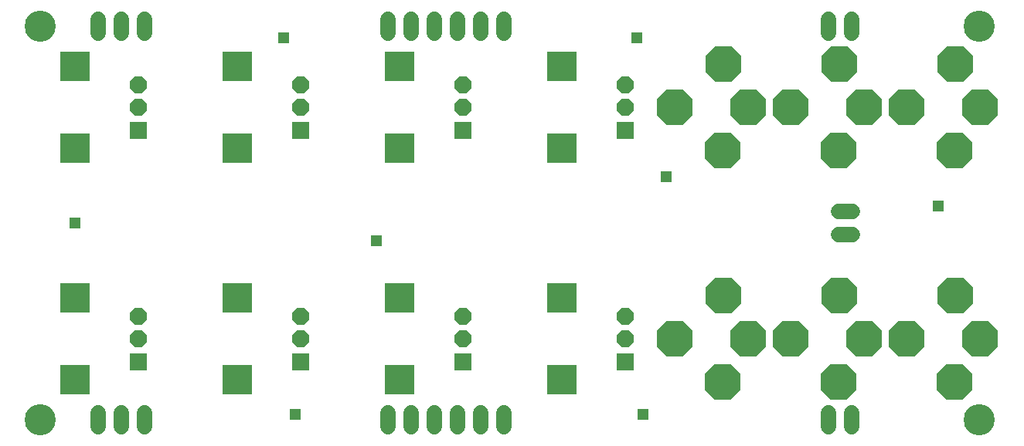
<source format=gbr>
G04 EAGLE Gerber RS-274X export*
G75*
%MOMM*%
%FSLAX34Y34*%
%LPD*%
%INSoldermask Top*%
%IPPOS*%
%AMOC8*
5,1,8,0,0,1.08239X$1,22.5*%
G01*
%ADD10C,3.416300*%
%ADD11R,1.879600X1.879600*%
%ADD12P,2.034460X8X22.500000*%
%ADD13R,3.319200X3.319200*%
%ADD14P,4.278904X8X202.500000*%
%ADD15P,4.278904X8X112.500000*%
%ADD16C,1.727200*%
%ADD17R,1.209600X1.209600*%


D10*
X25400Y25400D03*
X25400Y457200D03*
X1054100Y457200D03*
X1054100Y25400D03*
D11*
X133500Y89300D03*
D12*
X133500Y114300D03*
X133500Y139300D03*
D13*
X63500Y159300D03*
X63500Y69300D03*
D11*
X311300Y89300D03*
D12*
X311300Y114300D03*
X311300Y139300D03*
D13*
X241300Y159300D03*
X241300Y69300D03*
D11*
X489100Y89300D03*
D12*
X489100Y114300D03*
X489100Y139300D03*
D13*
X419100Y159300D03*
X419100Y69300D03*
D11*
X666900Y89300D03*
D12*
X666900Y114300D03*
X666900Y139300D03*
D13*
X596900Y159300D03*
X596900Y69300D03*
D11*
X133500Y343300D03*
D12*
X133500Y368300D03*
X133500Y393300D03*
D13*
X63500Y413300D03*
X63500Y323300D03*
D11*
X311300Y343300D03*
D12*
X311300Y368300D03*
X311300Y393300D03*
D13*
X241300Y413300D03*
X241300Y323300D03*
D11*
X489100Y343300D03*
D12*
X489100Y368300D03*
X489100Y393300D03*
D13*
X419100Y413300D03*
X419100Y323300D03*
D11*
X666900Y343300D03*
D12*
X666900Y368300D03*
X666900Y393300D03*
D13*
X596900Y413300D03*
X596900Y323300D03*
D14*
X773350Y67110D03*
X774350Y161760D03*
D15*
X801350Y114300D03*
X720890Y114300D03*
D14*
X900350Y67110D03*
X901350Y161760D03*
D15*
X928350Y114300D03*
X847890Y114300D03*
D14*
X1027350Y67110D03*
X1028350Y161760D03*
D15*
X1055350Y114300D03*
X974890Y114300D03*
D14*
X773350Y321110D03*
X774350Y415760D03*
D15*
X801350Y368300D03*
X720890Y368300D03*
D14*
X900350Y321110D03*
X901350Y415760D03*
D15*
X928350Y368300D03*
X847890Y368300D03*
D14*
X1027350Y321110D03*
X1028350Y415760D03*
D15*
X1055350Y368300D03*
X974890Y368300D03*
D16*
X533400Y33020D02*
X533400Y17780D01*
X508000Y17780D02*
X508000Y33020D01*
X482600Y33020D02*
X482600Y17780D01*
X457200Y17780D02*
X457200Y33020D01*
X431800Y33020D02*
X431800Y17780D01*
X406400Y17780D02*
X406400Y33020D01*
X139700Y33020D02*
X139700Y17780D01*
X114300Y17780D02*
X114300Y33020D01*
X88900Y33020D02*
X88900Y17780D01*
X889000Y17780D02*
X889000Y33020D01*
X914400Y33020D02*
X914400Y17780D01*
X406400Y449580D02*
X406400Y464820D01*
X431800Y464820D02*
X431800Y449580D01*
X457200Y449580D02*
X457200Y464820D01*
X482600Y464820D02*
X482600Y449580D01*
X508000Y449580D02*
X508000Y464820D01*
X533400Y464820D02*
X533400Y449580D01*
X914400Y449580D02*
X914400Y464820D01*
X889000Y464820D02*
X889000Y449580D01*
X88900Y449580D02*
X88900Y464820D01*
X114300Y464820D02*
X114300Y449580D01*
X139700Y449580D02*
X139700Y464820D01*
X900430Y254000D02*
X915670Y254000D01*
X915670Y228600D02*
X900430Y228600D01*
D17*
X63500Y241300D03*
X292100Y444500D03*
X304800Y31750D03*
X685800Y31750D03*
X679450Y444500D03*
X711200Y292100D03*
X1009650Y260350D03*
X393700Y222250D03*
M02*

</source>
